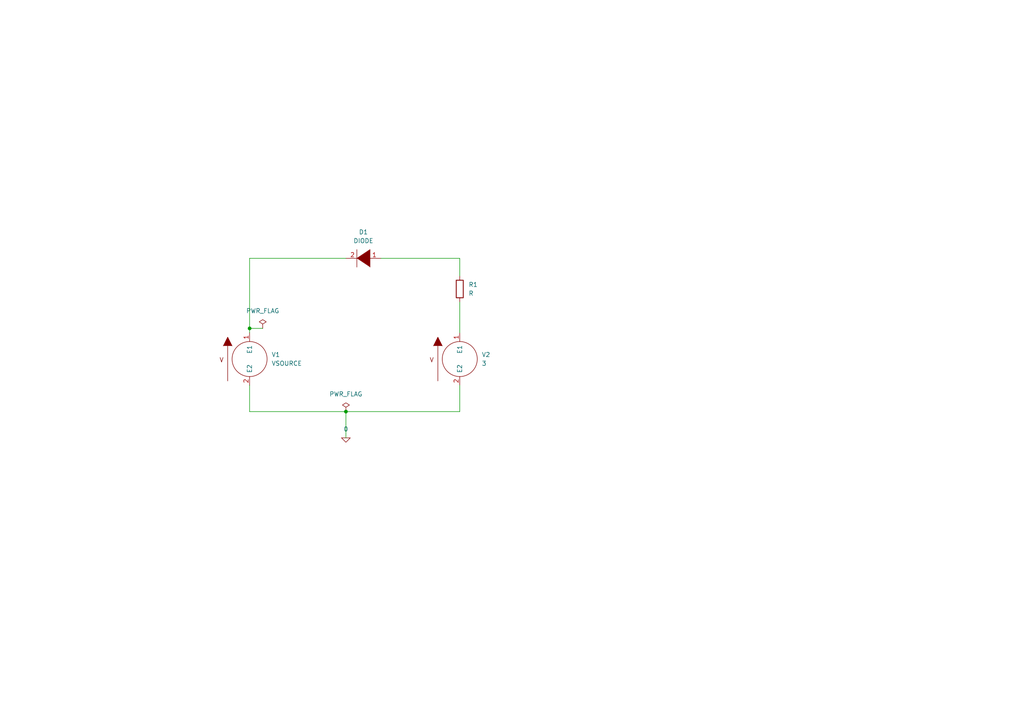
<source format=kicad_sch>
(kicad_sch (version 20211123) (generator eeschema)
  (paper "A4")
  (lib_symbols
    (symbol "Device:R" (pin_numbers hide) (pin_names (offset 0))
      (property "Reference" "R" (at 2.032 0 90))
      (property "Value" "R" (at 0 0 90))
      (symbol "R_0_1"
        (rectangle (start -1.016 -2.54) (end 1.016 2.54) (stroke (width 0.254)))
      )
      (symbol "R_1_1"
        (pin passive line (at 0 3.81 270) (length 1.27) (name "~") (number "1"))
        (pin passive line (at 0 -3.81 90) (length 1.27) (name "~") (number "2"))
      )
    )
    (symbol "power:PWR_FLAG" (power) (pin_numbers hide) (pin_names (offset 0) hide)
      (property "Value" "PWR_FLAG" (at 0 3.81 0))
      (symbol "PWR_FLAG_0_0"
        (pin power_out line (at 0 0 90) (length 0) (name "pwr") (number "1"))
      )
      (symbol "PWR_FLAG_0_1"
        (polyline (pts (xy 0 0) (xy 0 1.27) (xy -1.016 1.905) (xy 0 2.54) (xy 1.016 1.905) (xy 0 1.27)))
      )
    )
    (symbol "pspice:0" (power) (pin_names (offset 0))
      (property "Value" "0" (at 0 -1.778 0))
      (symbol "0_0_1"
        (polyline (pts (xy -1.27 0) (xy 0 -1.27) (xy 1.27 0) (xy -1.27 0)))
      )
      (symbol "0_1_1"
        (pin power_in line (at 0 0 0) (length 0) hide (name "0") (number "1"))
      )
    )
    (symbol "pspice:DIODE" (pin_names (offset 1.016) hide)
      (property "Reference" "D" (at 0 3.81 0))
      (property "Value" "DIODE" (at 0 -4.445 0))
      (symbol "DIODE_0_1"
        (polyline (pts (xy 1.905 2.54) (xy 1.905 -2.54)))
        (polyline (pts (xy -1.905 2.54) (xy -1.905 -2.54) (xy 1.905 0)) (fill (type outline)))
      )
      (symbol "DIODE_1_1"
        (pin input line (at -5.08 0 0) (length 3.81) (name "K") (number "1"))
        (pin input line (at 5.08 0 180) (length 3.81) (name "A") (number "2"))
      )
    )
    (symbol "pspice:VSOURCE" (pin_names (offset 1.016))
      (property "Reference" "V" (at -6.35 7.62 0))
      (property "Value" "VSOURCE" (at 0 0 0))
      (symbol "VSOURCE_0_1"
        (polyline (pts (xy -6.35 -6.35) (xy -6.35 3.81)) (fill (type outline)))
        (polyline (pts (xy -7.62 3.81) (xy -6.35 6.35) (xy -5.08 3.81)) (fill (type outline)))
        (circle (center 0 0) (radius 5.08))
        (text "V" (at -8.128 -0.254 0) (effects (font (size 1.27 1.27))))
      )
      (symbol "VSOURCE_1_1"
        (pin input line (at 0 7.62 270) (length 2.54) (name "E1") (number "1"))
        (pin input line (at 0 -7.62 90) (length 2.54) (name "E2") (number "2"))
      )
    )
  )
  (junction (at 100.33 119.38))
  (junction (at 72.39 95.25))
  (wire (pts (xy 72.39 95.25) (xy 76.2 95.25)))
  (wire (pts (xy 72.39 119.38) (xy 100.33 119.38)))
  (wire (pts (xy 100.33 119.38) (xy 100.33 127)))
  (wire (pts (xy 133.35 80.01) (xy 133.35 74.93)))
  (wire (pts (xy 133.35 119.38) (xy 133.35 111.76)))
  (wire (pts (xy 72.39 95.25) (xy 72.39 96.52)))
  (wire (pts (xy 72.39 74.93) (xy 72.39 95.25)))
  (wire (pts (xy 72.39 111.76) (xy 72.39 119.38)))
  (wire (pts (xy 133.35 96.52) (xy 133.35 87.63)))
  (wire (pts (xy 100.33 74.93) (xy 72.39 74.93)))
  (wire (pts (xy 133.35 74.93) (xy 110.49 74.93)))
  (wire (pts (xy 100.33 119.38) (xy 133.35 119.38)))
  (symbol (lib_id "pspice:DIODE") (at 105.41 74.93 180) (unit 1)
    (property "Reference" "D1" (at 105.41 67.31 0))
    (property "Value" "DIODE" (at 105.41 69.85 0))
    (property "Spice_Primitive" "D" (effects hide))
    (property "Spice_Model" "D1N914" (effects hide))
    (property "Spice_Netlist_Enabled" "Y" (effects hide))
    (property "Spice_Lib_File" "/home/pete/Downloads/KiCad-Spice-Library-master/Models/Diode/diode.lib" (effects hide))
  )
  (symbol (lib_id "pspice:VSOURCE") (at 133.35 104.14 0) (unit 1)
    (property "Reference" "V2" (at 139.7 102.8699 0) (effects (justify left)))
    (property "Value" "3.0" (at 139.7 105.4099 0) (effects (justify left)))
    (property "Spice_Primitive" "V" (effects hide))
    (property "Spice_Model" "dc 3" (effects hide))
    (property "Spice_Netlist_Enabled" "Y" (effects hide))
  )
  (symbol (lib_id "Device:R") (at 133.35 83.82 0) (unit 1)
    (property "Reference" "R1" (at 135.89 82.5499 0) (effects (justify left)))
    (property "Value" "R" (at 135.89 85.0899 0) (effects (justify left)))
    (property "Spice_Primitive" "R" (effects hide))
    (property "Spice_Model" "1k0" (effects hide))
    (property "Spice_Netlist_Enabled" "Y" (effects hide))
  )
  (symbol (lib_id "pspice:VSOURCE") (at 72.39 104.14 0) (unit 1)
    (property "Reference" "V1" (at 78.74 102.8699 0) (effects (justify left)))
    (property "Value" "VSOURCE" (at 78.74 105.4099 0) (effects (justify left)))
    (property "Spice_Primitive" "V" (effects hide))
    (property "Spice_Model" "sin(0 10 20 0)" (effects hide))
    (property "Spice_Netlist_Enabled" "Y" (effects hide))
  )
  (symbol (lib_id "pspice:0") (at 100.33 127 0) (unit 1)
    (property "Reference" "#GND01" (effects hide))
    (property "Value" "0" (at 100.33 124.46 0))
  )
  (symbol (lib_id "power:PWR_FLAG") (at 76.2 95.25 0) (unit 1)
    (property "Reference" "#FLG02" (effects hide))
    (property "Value" "PWR_FLAG" (at 76.2 90.17 0))
  )
  (symbol (lib_id "power:PWR_FLAG") (at 100.33 119.38 0) (unit 1)
    (property "Reference" "#FLG01" (effects hide))
    (property "Value" "PWR_FLAG" (at 100.33 114.3 0))
  )
)
</source>
